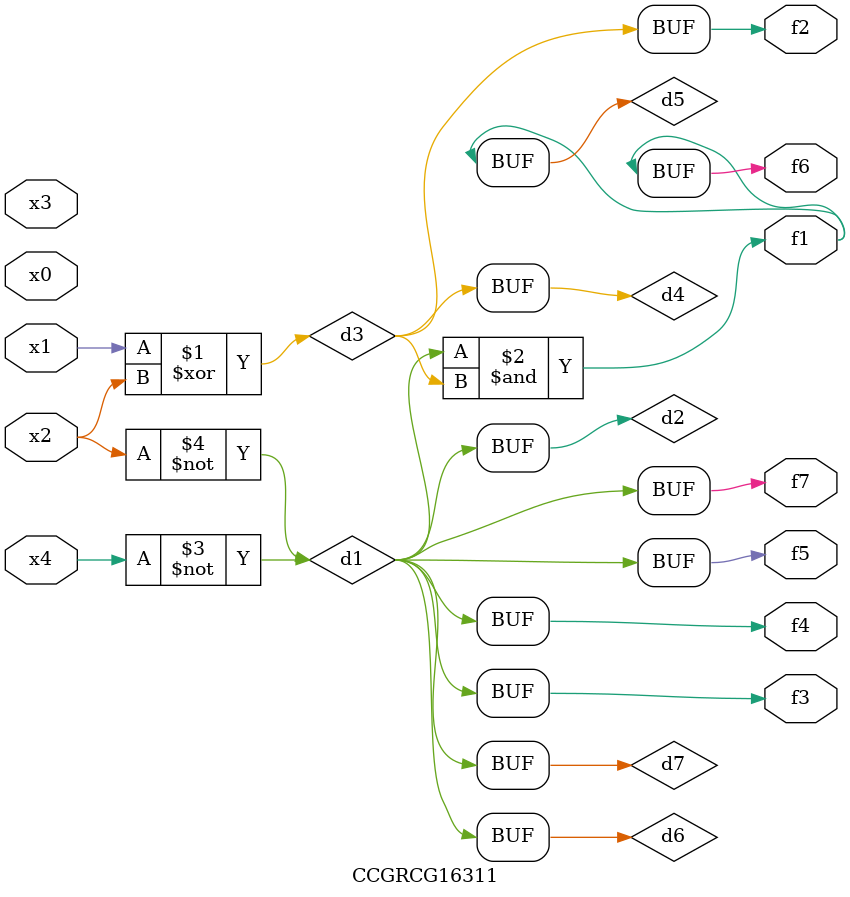
<source format=v>
module CCGRCG16311(
	input x0, x1, x2, x3, x4,
	output f1, f2, f3, f4, f5, f6, f7
);

	wire d1, d2, d3, d4, d5, d6, d7;

	not (d1, x4);
	not (d2, x2);
	xor (d3, x1, x2);
	buf (d4, d3);
	and (d5, d1, d3);
	buf (d6, d1, d2);
	buf (d7, d2);
	assign f1 = d5;
	assign f2 = d4;
	assign f3 = d7;
	assign f4 = d7;
	assign f5 = d7;
	assign f6 = d5;
	assign f7 = d7;
endmodule

</source>
